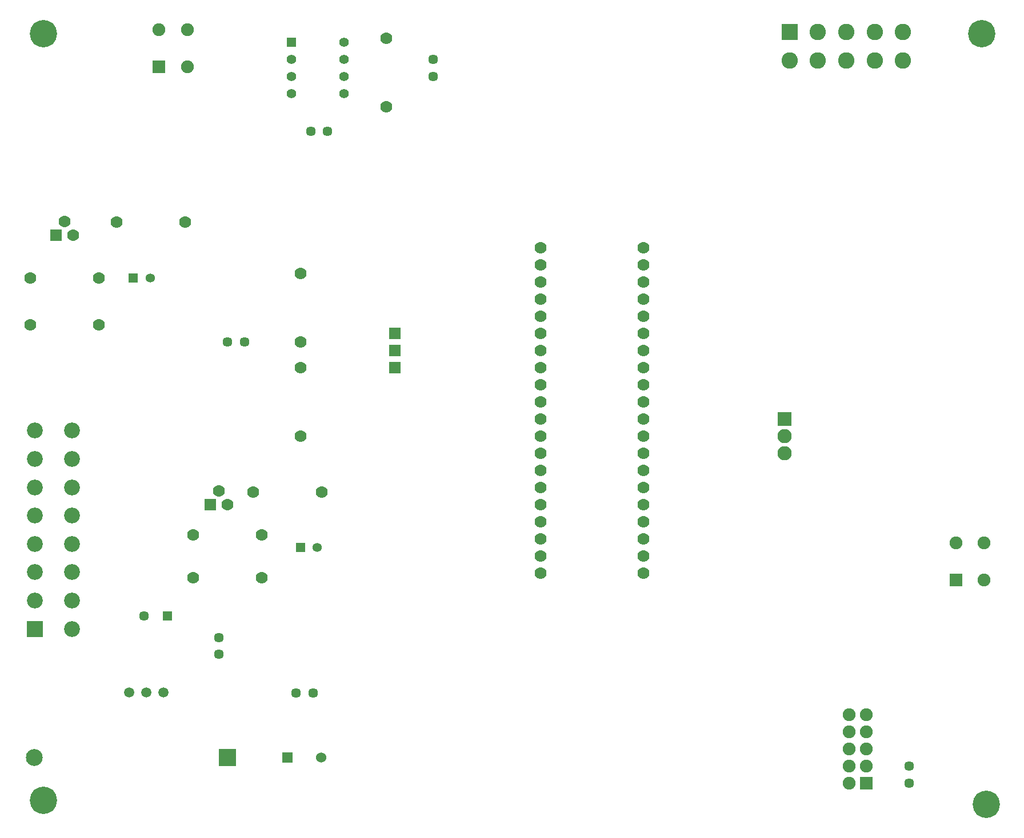
<source format=gbr>
G04 DesignSpark PCB Gerber Version 9.0 Build 5138 *
%FSLAX35Y35*%
%MOIN*%
%ADD90R,0.05331X0.05331*%
%ADD98R,0.05563X0.05563*%
%ADD87R,0.05724X0.05724*%
%ADD88R,0.06020X0.06020*%
%ADD96R,0.06965X0.06965*%
%ADD100R,0.07000X0.07000*%
%ADD94R,0.07496X0.07496*%
%ADD92R,0.08323X0.08323*%
%ADD78R,0.09268X0.09268*%
%ADD84R,0.09563X0.09563*%
%ADD82R,0.09858X0.09858*%
%ADD91C,0.05331*%
%ADD99C,0.05563*%
%ADD86C,0.05724*%
%ADD81C,0.05961*%
%ADD89C,0.06020*%
%ADD97C,0.06965*%
%ADD80C,0.07000*%
%ADD95C,0.07496*%
%ADD93C,0.08323*%
%ADD79C,0.09268*%
%ADD85C,0.09563*%
%ADD83C,0.09858*%
%ADD77C,0.15961*%
X0Y0D02*
D02*
D77*
X23100Y23159D03*
Y470659D03*
X570600D03*
X573100Y20659D03*
D02*
D78*
X18100Y123159D03*
D02*
D79*
Y139694D03*
Y156230D03*
Y172765D03*
Y189301D03*
Y205836D03*
Y222372D03*
Y238907D03*
X39754Y123159D03*
Y139694D03*
Y156230D03*
Y172765D03*
Y189301D03*
Y205836D03*
Y222372D03*
Y238907D03*
D02*
D80*
X15600Y300659D03*
Y328159D03*
X55600Y300659D03*
Y328159D03*
X65738Y360659D03*
X105738D03*
X110600Y153159D03*
Y178159D03*
X145600Y203159D03*
X150600Y153159D03*
Y178159D03*
X173100Y235659D03*
Y275659D03*
Y290659D03*
Y330659D03*
X185600Y203159D03*
X223100Y428159D03*
Y468159D03*
X313100Y155659D03*
Y165659D03*
Y175659D03*
Y185659D03*
Y195659D03*
Y205659D03*
Y215659D03*
Y225659D03*
Y235659D03*
Y245659D03*
Y255659D03*
Y265659D03*
Y275659D03*
Y285659D03*
Y295659D03*
Y305659D03*
Y315659D03*
Y325659D03*
Y335659D03*
Y345659D03*
X373100Y155659D03*
Y165659D03*
Y175659D03*
Y185659D03*
Y195659D03*
Y205659D03*
Y215659D03*
Y225659D03*
Y235659D03*
Y245659D03*
Y255659D03*
Y265659D03*
Y275659D03*
Y285659D03*
Y295659D03*
Y305659D03*
Y315659D03*
Y325659D03*
Y335659D03*
Y345659D03*
D02*
D81*
X73100Y86033D03*
X83100D03*
X93100D03*
D02*
D82*
X130600Y48159D03*
D02*
D83*
X18002D03*
D02*
D84*
X458494Y471545D03*
D02*
D85*
Y455009D03*
X475029D03*
Y471545D03*
X491565Y455009D03*
Y471545D03*
X508100Y455009D03*
Y471545D03*
X524635Y455009D03*
Y471545D03*
D02*
D86*
X81820Y130659D03*
X125600Y108317D03*
Y118159D03*
X130600Y290659D03*
X140443D03*
X170600Y85659D03*
X179045Y413592D03*
X180443Y85659D03*
X188887Y413592D03*
X250600Y445817D03*
Y455659D03*
X528100Y33159D03*
Y43002D03*
D02*
D87*
X95600Y130659D03*
D02*
D88*
X165600Y48159D03*
D02*
D89*
X185285D03*
D02*
D90*
X75600Y328159D03*
X173100Y170659D03*
D02*
D91*
X85443Y328159D03*
X182943Y170659D03*
D02*
D92*
X455600Y245659D03*
D02*
D93*
Y225659D03*
Y235659D03*
D02*
D94*
X90600Y451387D03*
X503100Y33159D03*
X555502Y151545D03*
D02*
D95*
X90600Y473041D03*
X107135Y451387D03*
Y473041D03*
X493100Y33159D03*
Y43159D03*
Y53159D03*
Y63159D03*
Y73159D03*
X503100Y43159D03*
Y53159D03*
Y63159D03*
Y73159D03*
X555502Y173198D03*
X572037Y151545D03*
Y173198D03*
D02*
D96*
X30600Y353159D03*
X120600Y195659D03*
D02*
D97*
X35600Y361033D03*
X40600Y353159D03*
X125600Y203533D03*
X130600Y195659D03*
D02*
D98*
X167726Y465659D03*
D02*
D99*
Y435659D03*
Y445659D03*
Y455659D03*
X198474Y435659D03*
Y445659D03*
Y455659D03*
Y465659D03*
D02*
D100*
X228100Y275659D03*
Y285659D03*
Y295659D03*
X0Y0D02*
M02*

</source>
